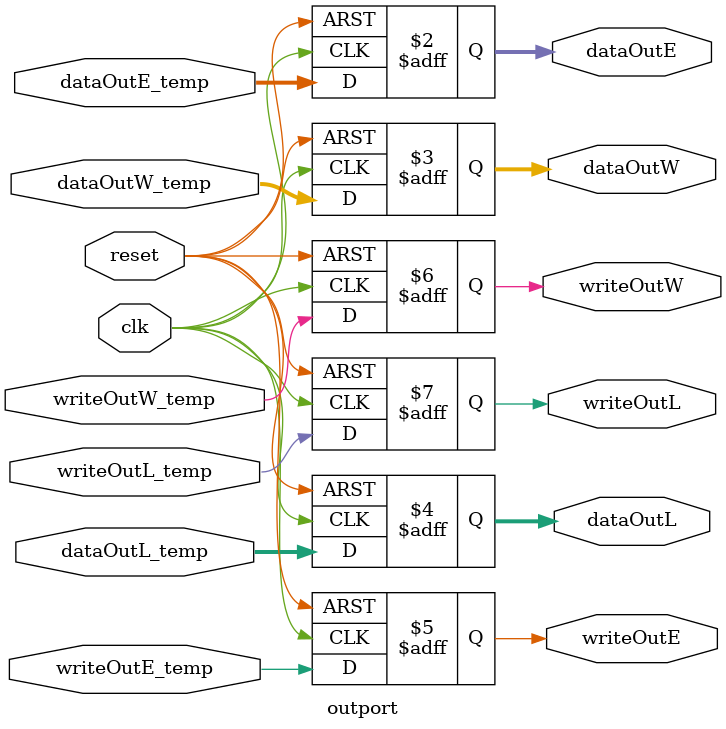
<source format=v>

module noc_router 
# (parameter  WIDTH=16,DEPTH=32,LOCAL_IP=2'b00)
(input clk, input reset, 
 input writeE, 
 input writeW, 
 input writeL, //write ports
 input readFullE,
 input readFullW,
 input readFullL, //read full ports of destination
 input read_almostfullE,
 input read_almostfullW,
 input read_almostfullL, //read almost_full port of destination
 input [WIDTH-1:0] dataInE, 
 input [WIDTH-1:0] dataInW, 
 input [WIDTH-1:0] dataInL, //write data ports
 output  [WIDTH-1:0] dataOutE,
 output  [WIDTH-1:0] dataOutW,
 output  [WIDTH-1:0] dataOutL, //output ports
 output writeOutE,
 output writeOutW,
 output writeOutL, //connect to write port of destination
 output  fullE, 
 output   almost_fullE, 
 output   fullW, 
 output   almost_fullW, 
 output   fullL, 
 output   almost_fullL //full outputs from FIFOs
 );
parameter ADDWIDTH = $clog2(DEPTH);

always @(*) begin
	$display($time,":Router: writeE=%d,writeW=%d,writeL=%d",writeE,writeW,writeL);
	//$display($time,": dataInE=%d,dataInW=%d,dataInL=%d",dataInE,dataInW,dataInL);
	//$display($time,":dataOutE=%b,dataOutW=%b,dataOutL=%b",dataOutE,dataOutW,dataOutL);
	//$display($time," :dataOutE_temp=%d, dataOutW_temp=%d, dataOutL_temp=%d",dataOutE_temp, dataOutW_temp, dataOutL_temp);
	//$display($time," readW=%d",readW);
	//$display($time," :readE=%d,readW=%d,readL=%d",readE,readW,readL);
	//$display($time,": writeOutE=%d,writeOutW=%d,writeOutL=%d",writeOutE,writeOutW,writeOutL);
end


wire readE, readW, readL; //output from arbiter, input to FIFO
wire [WIDTH-1:0] dataOutFifoE, dataOutFifoW, dataOutFifoL; //output from FIFO, input to arbiter
wire emptyE, almost_emptyE, emptyW, almost_emptyW, emptyL, almost_emptyL; //output from FIFO, input to arbiter
wire [WIDTH-1:0] dataOutE_temp, dataOutW_temp, dataOutL_temp; //output from arbiter, input to outport 
wire writeOutE_temp, writeOutW_temp, writeOutL_temp;
fifo_improved #(WIDTH,DEPTH,ADDWIDTH) fifoE (clk,  reset,  writeE,  readE, dataInE, dataOutFifoE, fullE, almost_fullE, emptyE, almost_emptyE);

fifo_improved #(WIDTH,DEPTH,ADDWIDTH) fifoW (clk,  reset,  writeW,  readW, dataInW, dataOutFifoW, fullW, almost_fullW, emptyW, almost_emptyW);

fifo_improved #(WIDTH,DEPTH,ADDWIDTH) fifoL (clk,  reset,  writeL,  readL, dataInL, dataOutFifoL, fullL, almost_fullL, emptyL, almost_emptyL);


arbiter #(WIDTH,LOCAL_IP) arb(clk, reset, 
					  emptyE, almost_emptyE, dataOutFifoE, 
                      emptyW, almost_emptyW, dataOutFifoW,  
                      emptyL, almost_emptyL, dataOutFifoL, 
                      readFullE,readFullW,readFullL,     //read full ports of destination
                      read_almostfullE,read_almostfullW,read_almostfullL, //read almost_full port of destination
                       writeOutE_temp, writeOutW_temp, writeOutL_temp,   //connect to write port of destination
                      readE,   readW, readL , 
		      dataOutE_temp, dataOutW_temp, dataOutL_temp); 

outport out (clk,reset,
		dataOutE_temp,dataOutW_temp,dataOutL_temp,
		writeOutE_temp,writeOutW_temp,writeOutL_temp,
		dataOutE,dataOutW,dataOutL,
		writeOutE,writeOutW,writeOutL
		);


endmodule

module outport # (parameter  WIDTH=16) (input clk, input reset, 
	       input [WIDTH-1:0] dataOutE_temp, input [WIDTH-1:0] dataOutW_temp, input [WIDTH-1:0] dataOutL_temp,
	       input writeOutE_temp, input writeOutW_temp,input writeOutL_temp,
	       output reg [WIDTH-1:0] dataOutE, output reg [WIDTH-1:0] dataOutW, output reg [WIDTH-1:0] dataOutL,
	       output reg writeOutE,output reg writeOutW,output reg writeOutL
	       );

	always @ (posedge clk, posedge reset)begin
		if (reset) begin
			dataOutE <= 0;
			dataOutW <= 0;
			dataOutL <= 0;
			writeOutE<=0;
			writeOutW<=0;
			writeOutL<=0;
		end
		else begin
				dataOutE <= dataOutE_temp;
		        dataOutW <= dataOutW_temp;
	            dataOutL <= dataOutL_temp;
	            writeOutE<=writeOutE_temp;
				writeOutW<=writeOutW_temp;
				writeOutL<=writeOutL_temp;
		end		
	end




endmodule 
</source>
